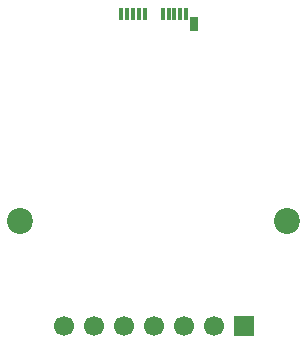
<source format=gbr>
%TF.GenerationSoftware,KiCad,Pcbnew,9.0.4*%
%TF.CreationDate,2025-09-03T14:58:50+05:30*%
%TF.ProjectId,usb-c serieal kicad,7573622d-6320-4736-9572-6965616c206b,rev?*%
%TF.SameCoordinates,Original*%
%TF.FileFunction,Soldermask,Bot*%
%TF.FilePolarity,Negative*%
%FSLAX46Y46*%
G04 Gerber Fmt 4.6, Leading zero omitted, Abs format (unit mm)*
G04 Created by KiCad (PCBNEW 9.0.4) date 2025-09-03 14:58:50*
%MOMM*%
%LPD*%
G01*
G04 APERTURE LIST*
%ADD10R,0.700000X1.150000*%
%ADD11R,0.380000X1.000000*%
%ADD12C,2.200000*%
%ADD13R,1.700000X1.700000*%
%ADD14C,1.700000*%
G04 APERTURE END LIST*
D10*
%TO.C,P1*%
X136807868Y-121967868D03*
D11*
X130637868Y-121127868D03*
X131137868Y-121127868D03*
X131637868Y-121127868D03*
X132137868Y-121127868D03*
X132637868Y-121127868D03*
X134137868Y-121127868D03*
X134637868Y-121127868D03*
X135137868Y-121127868D03*
X135637868Y-121127868D03*
X136137868Y-121127868D03*
%TD*%
D12*
%TO.C,H2*%
X144687868Y-138587868D03*
%TD*%
%TO.C,H1*%
X122087868Y-138587868D03*
%TD*%
D13*
%TO.C,J1*%
X141012868Y-147500000D03*
D14*
X138472868Y-147500000D03*
X135932868Y-147500000D03*
X133392868Y-147500000D03*
X130852868Y-147500000D03*
X128312868Y-147500000D03*
X125772868Y-147500000D03*
%TD*%
M02*

</source>
